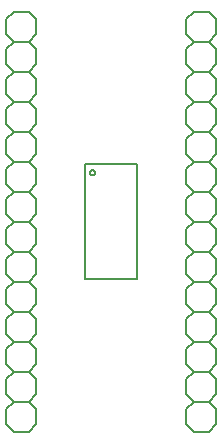
<source format=gto>
G75*
%MOIN*%
%OFA0B0*%
%FSLAX25Y25*%
%IPPOS*%
%LPD*%
%AMOC8*
5,1,8,0,0,1.08239X$1,22.5*
%
%ADD10C,0.00600*%
%ADD11C,0.00500*%
D10*
X0006000Y0005484D02*
X0006000Y0010484D01*
X0008500Y0012984D01*
X0006000Y0015484D01*
X0006000Y0020484D01*
X0008500Y0022984D01*
X0006000Y0025484D01*
X0006000Y0030484D01*
X0008500Y0032984D01*
X0006000Y0035484D01*
X0006000Y0040484D01*
X0008500Y0042984D01*
X0006000Y0045484D01*
X0006000Y0050484D01*
X0008500Y0052984D01*
X0006000Y0055484D01*
X0006000Y0060484D01*
X0008500Y0062984D01*
X0006000Y0065484D01*
X0006000Y0070484D01*
X0008500Y0072984D01*
X0006000Y0075484D01*
X0006000Y0080484D01*
X0008500Y0082984D01*
X0006000Y0085484D01*
X0006000Y0090484D01*
X0008500Y0092984D01*
X0006000Y0095484D01*
X0006000Y0100484D01*
X0008500Y0102984D01*
X0006000Y0105484D01*
X0006000Y0110484D01*
X0008500Y0112984D01*
X0006000Y0115484D01*
X0006000Y0120484D01*
X0008500Y0122984D01*
X0006000Y0125484D01*
X0006000Y0130484D01*
X0008500Y0132984D01*
X0006000Y0135484D01*
X0006000Y0140484D01*
X0008500Y0142984D01*
X0013500Y0142984D01*
X0016000Y0140484D01*
X0016000Y0135484D01*
X0013500Y0132984D01*
X0016000Y0130484D01*
X0016000Y0125484D01*
X0013500Y0122984D01*
X0008500Y0122984D01*
X0013500Y0122984D02*
X0016000Y0120484D01*
X0016000Y0115484D01*
X0013500Y0112984D01*
X0016000Y0110484D01*
X0016000Y0105484D01*
X0013500Y0102984D01*
X0016000Y0100484D01*
X0016000Y0095484D01*
X0013500Y0092984D01*
X0008500Y0092984D01*
X0013500Y0092984D02*
X0016000Y0090484D01*
X0016000Y0085484D01*
X0013500Y0082984D01*
X0016000Y0080484D01*
X0016000Y0075484D01*
X0013500Y0072984D01*
X0016000Y0070484D01*
X0016000Y0065484D01*
X0013500Y0062984D01*
X0008500Y0062984D01*
X0013500Y0062984D02*
X0016000Y0060484D01*
X0016000Y0055484D01*
X0013500Y0052984D01*
X0016000Y0050484D01*
X0016000Y0045484D01*
X0013500Y0042984D01*
X0016000Y0040484D01*
X0016000Y0035484D01*
X0013500Y0032984D01*
X0008500Y0032984D01*
X0013500Y0032984D02*
X0016000Y0030484D01*
X0016000Y0025484D01*
X0013500Y0022984D01*
X0016000Y0020484D01*
X0016000Y0015484D01*
X0013500Y0012984D01*
X0016000Y0010484D01*
X0016000Y0005484D01*
X0013500Y0002984D01*
X0008500Y0002984D01*
X0006000Y0005484D01*
X0008500Y0012984D02*
X0013500Y0012984D01*
X0013500Y0022984D02*
X0008500Y0022984D01*
X0008500Y0042984D02*
X0013500Y0042984D01*
X0013500Y0052984D02*
X0008500Y0052984D01*
X0008500Y0072984D02*
X0013500Y0072984D01*
X0013500Y0082984D02*
X0008500Y0082984D01*
X0008500Y0102984D02*
X0013500Y0102984D01*
X0013500Y0112984D02*
X0008500Y0112984D01*
X0008500Y0132984D02*
X0013500Y0132984D01*
X0066000Y0135484D02*
X0066000Y0140484D01*
X0068500Y0142984D01*
X0073500Y0142984D01*
X0076000Y0140484D01*
X0076000Y0135484D01*
X0073500Y0132984D01*
X0076000Y0130484D01*
X0076000Y0125484D01*
X0073500Y0122984D01*
X0068500Y0122984D01*
X0066000Y0125484D01*
X0066000Y0130484D01*
X0068500Y0132984D01*
X0066000Y0135484D01*
X0068500Y0132984D02*
X0073500Y0132984D01*
X0073500Y0122984D02*
X0076000Y0120484D01*
X0076000Y0115484D01*
X0073500Y0112984D01*
X0076000Y0110484D01*
X0076000Y0105484D01*
X0073500Y0102984D01*
X0076000Y0100484D01*
X0076000Y0095484D01*
X0073500Y0092984D01*
X0068500Y0092984D01*
X0066000Y0095484D01*
X0066000Y0100484D01*
X0068500Y0102984D01*
X0066000Y0105484D01*
X0066000Y0110484D01*
X0068500Y0112984D01*
X0066000Y0115484D01*
X0066000Y0120484D01*
X0068500Y0122984D01*
X0068500Y0112984D02*
X0073500Y0112984D01*
X0073500Y0102984D02*
X0068500Y0102984D01*
X0068500Y0092984D02*
X0066000Y0090484D01*
X0066000Y0085484D01*
X0068500Y0082984D01*
X0066000Y0080484D01*
X0066000Y0075484D01*
X0068500Y0072984D01*
X0066000Y0070484D01*
X0066000Y0065484D01*
X0068500Y0062984D01*
X0073500Y0062984D01*
X0076000Y0065484D01*
X0076000Y0070484D01*
X0073500Y0072984D01*
X0068500Y0072984D01*
X0073500Y0072984D02*
X0076000Y0075484D01*
X0076000Y0080484D01*
X0073500Y0082984D01*
X0068500Y0082984D01*
X0073500Y0082984D02*
X0076000Y0085484D01*
X0076000Y0090484D01*
X0073500Y0092984D01*
X0073500Y0062984D02*
X0076000Y0060484D01*
X0076000Y0055484D01*
X0073500Y0052984D01*
X0076000Y0050484D01*
X0076000Y0045484D01*
X0073500Y0042984D01*
X0076000Y0040484D01*
X0076000Y0035484D01*
X0073500Y0032984D01*
X0068500Y0032984D01*
X0066000Y0035484D01*
X0066000Y0040484D01*
X0068500Y0042984D01*
X0066000Y0045484D01*
X0066000Y0050484D01*
X0068500Y0052984D01*
X0066000Y0055484D01*
X0066000Y0060484D01*
X0068500Y0062984D01*
X0068500Y0052984D02*
X0073500Y0052984D01*
X0073500Y0042984D02*
X0068500Y0042984D01*
X0068500Y0032984D02*
X0066000Y0030484D01*
X0066000Y0025484D01*
X0068500Y0022984D01*
X0066000Y0020484D01*
X0066000Y0015484D01*
X0068500Y0012984D01*
X0066000Y0010484D01*
X0066000Y0005484D01*
X0068500Y0002984D01*
X0073500Y0002984D01*
X0076000Y0005484D01*
X0076000Y0010484D01*
X0073500Y0012984D01*
X0068500Y0012984D01*
X0073500Y0012984D02*
X0076000Y0015484D01*
X0076000Y0020484D01*
X0073500Y0022984D01*
X0068500Y0022984D01*
X0073500Y0022984D02*
X0076000Y0025484D01*
X0076000Y0030484D01*
X0073500Y0032984D01*
D11*
X0049661Y0053889D02*
X0049661Y0092078D01*
X0032339Y0092078D01*
X0032339Y0053889D01*
X0049661Y0053889D01*
X0033821Y0089322D02*
X0033823Y0089381D01*
X0033829Y0089439D01*
X0033839Y0089497D01*
X0033852Y0089554D01*
X0033870Y0089611D01*
X0033891Y0089666D01*
X0033916Y0089719D01*
X0033944Y0089770D01*
X0033975Y0089820D01*
X0034010Y0089867D01*
X0034048Y0089912D01*
X0034089Y0089955D01*
X0034133Y0089994D01*
X0034179Y0090030D01*
X0034227Y0090064D01*
X0034278Y0090094D01*
X0034331Y0090120D01*
X0034385Y0090143D01*
X0034440Y0090162D01*
X0034497Y0090178D01*
X0034555Y0090190D01*
X0034613Y0090198D01*
X0034672Y0090202D01*
X0034730Y0090202D01*
X0034789Y0090198D01*
X0034847Y0090190D01*
X0034905Y0090178D01*
X0034962Y0090162D01*
X0035017Y0090143D01*
X0035071Y0090120D01*
X0035124Y0090094D01*
X0035175Y0090064D01*
X0035223Y0090030D01*
X0035269Y0089994D01*
X0035313Y0089955D01*
X0035354Y0089912D01*
X0035392Y0089867D01*
X0035427Y0089820D01*
X0035458Y0089770D01*
X0035486Y0089719D01*
X0035511Y0089666D01*
X0035532Y0089611D01*
X0035550Y0089554D01*
X0035563Y0089497D01*
X0035573Y0089439D01*
X0035579Y0089381D01*
X0035581Y0089322D01*
X0035579Y0089263D01*
X0035573Y0089205D01*
X0035563Y0089147D01*
X0035550Y0089090D01*
X0035532Y0089033D01*
X0035511Y0088978D01*
X0035486Y0088925D01*
X0035458Y0088874D01*
X0035427Y0088824D01*
X0035392Y0088777D01*
X0035354Y0088732D01*
X0035313Y0088689D01*
X0035269Y0088650D01*
X0035223Y0088614D01*
X0035175Y0088580D01*
X0035124Y0088550D01*
X0035071Y0088524D01*
X0035017Y0088501D01*
X0034962Y0088482D01*
X0034905Y0088466D01*
X0034847Y0088454D01*
X0034789Y0088446D01*
X0034730Y0088442D01*
X0034672Y0088442D01*
X0034613Y0088446D01*
X0034555Y0088454D01*
X0034497Y0088466D01*
X0034440Y0088482D01*
X0034385Y0088501D01*
X0034331Y0088524D01*
X0034278Y0088550D01*
X0034227Y0088580D01*
X0034179Y0088614D01*
X0034133Y0088650D01*
X0034089Y0088689D01*
X0034048Y0088732D01*
X0034010Y0088777D01*
X0033975Y0088824D01*
X0033944Y0088874D01*
X0033916Y0088925D01*
X0033891Y0088978D01*
X0033870Y0089033D01*
X0033852Y0089090D01*
X0033839Y0089147D01*
X0033829Y0089205D01*
X0033823Y0089263D01*
X0033821Y0089322D01*
M02*

</source>
